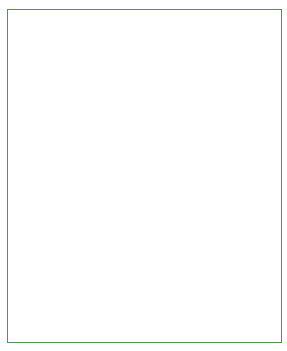
<source format=gbr>
%FSLAX23Y23*%
%MOIN*%
%ADD10C,0.008*%
%ADD11C,0.012*%
%ADD12C,0.004*%
%ADD13R,0.047X0.047*%
%ADD14C,0.016*%
%ADD15C,0.02*%
%ADD16C,0.031*%
%ADD17C,0.001*%
%ADD18C,0.006*%
%ADD19C,0.005*%
%ADD20C,0.009*%
%LPD*%
G54D17*
X-03489Y1256D02*
X-03489Y2369D01*
G54D17*
X-03489Y1256D02*
X-02577Y1256D01*
G54D17*
X-02577Y1256D02*
X-02577Y2369D01*
G54D17*
X-03489Y2369D02*
X-02577Y2369D01*
M02*

</source>
